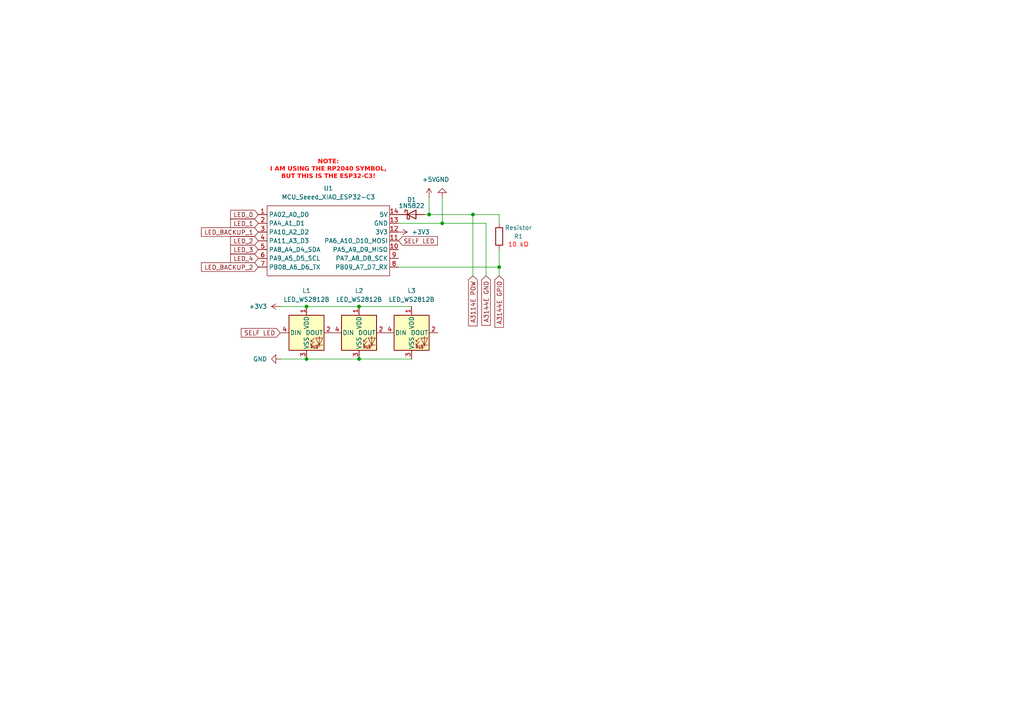
<source format=kicad_sch>
(kicad_sch (version 20231120) (generator "eeschema") (generator_version "8.0")
  (paper "A4")
  (lib_symbols
    (symbol "Diode:1N5822" (pin_numbers hide) (pin_names (offset 1.016) hide)
      (property "Reference" "D" (at 0 2.54 0))
      (property "Value" "1N5822" (at 0 -2.54 0))
      (symbol "1N5822_0_1"
        (polyline (pts (xy 1.27 0) (xy -1.27 0)))
        (polyline (pts (xy 1.27 1.27) (xy 1.27 -1.27) (xy -1.27 0) (xy 1.27 1.27)) (stroke (width 0.254)))
        (polyline (pts (xy -1.905 0.635) (xy -1.905 1.27) (xy -1.27 1.27) (xy -1.27 -1.27) (xy -0.635 -1.27) (xy -0.635 -0.635)) (stroke (width 0.254)))
      )
      (symbol "1N5822_1_1"
        (pin passive line (at -3.81 0 0) (length 2.54) (name "K") (number "1"))
        (pin passive line (at 3.81 0 180) (length 2.54) (name "A") (number "2"))
      )
    )
    (symbol "ScottoKeebs:LED_WS2812B" (pin_names (offset 0.254))
      (property "Reference" "D" (at 5.08 5.715 0))
      (property "Value" "LED_WS2812B" (at 1.27 -5.715 0))
      (symbol "LED_WS2812B_0_0"
        (text "RGB" (at 2.286 -4.191 0) (effects (font (size 0.762 0.762))))
      )
      (symbol "LED_WS2812B_0_1"
        (polyline (pts (xy 1.27 -3.556) (xy 1.778 -3.556)))
        (polyline (pts (xy 1.27 -2.54) (xy 1.778 -2.54)))
        (polyline (pts (xy 4.699 -3.556) (xy 2.667 -3.556)))
        (polyline (pts (xy 2.286 -2.54) (xy 1.27 -3.556) (xy 1.27 -3.048)))
        (polyline (pts (xy 2.286 -1.524) (xy 1.27 -2.54) (xy 1.27 -2.032)))
        (polyline (pts (xy 3.683 -1.016) (xy 3.683 -3.556) (xy 3.683 -4.064)))
        (polyline (pts (xy 4.699 -1.524) (xy 2.667 -1.524) (xy 3.683 -3.556) (xy 4.699 -1.524)))
        (rectangle (start 5.08 5.08) (end -5.08 -5.08) (stroke (width 0.254)) (fill (type background)))
      )
      (symbol "LED_WS2812B_1_1"
        (pin power_in line (at 0 7.62 270) (length 2.54) (name "VDD") (number "1"))
        (pin output line (at 7.62 0 180) (length 2.54) (name "DOUT") (number "2"))
        (pin power_in line (at 0 -7.62 90) (length 2.54) (name "VSS") (number "3"))
        (pin input line (at -7.62 0 0) (length 2.54) (name "DIN") (number "4"))
      )
    )
    (symbol "ScottoKeebs:MCU_Seeed_XIAO_RP2040"
      (property "Reference" "U" (at -16.51 11.43 0))
      (property "Value" "MCU_Seeed_XIAO_RP2040" (at -3.81 -11.43 0))
      (symbol "MCU_Seeed_XIAO_RP2040_0_1"
        (rectangle (start -16.51 10.16) (end 19.05 -10.16))
      )
      (symbol "MCU_Seeed_XIAO_RP2040_1_1"
        (pin passive line (at -19.05 7.62 0) (length 2.54) (name "PA02_A0_D0") (number "1"))
        (pin passive line (at 21.59 -2.54 180) (length 2.54) (name "PA5_A9_D9_MISO") (number "10"))
        (pin passive line (at 21.59 0 180) (length 2.54) (name "PA6_A10_D10_MOSI") (number "11"))
        (pin passive line (at 21.59 2.54 180) (length 2.54) (name "3V3") (number "12"))
        (pin passive line (at 21.59 5.08 180) (length 2.54) (name "GND") (number "13"))
        (pin passive line (at 21.59 7.62 180) (length 2.54) (name "5V") (number "14"))
        (pin passive line (at -19.05 5.08 0) (length 2.54) (name "PA4_A1_D1") (number "2"))
        (pin passive line (at -19.05 2.54 0) (length 2.54) (name "PA10_A2_D2") (number "3"))
        (pin passive line (at -19.05 0 0) (length 2.54) (name "PA11_A3_D3") (number "4"))
        (pin passive line (at -19.05 -2.54 0) (length 2.54) (name "PA8_A4_D4_SDA") (number "5"))
        (pin passive line (at -19.05 -5.08 0) (length 2.54) (name "PA9_A5_D5_SCL") (number "6"))
        (pin passive line (at -19.05 -7.62 0) (length 2.54) (name "PB08_A6_D6_TX") (number "7"))
        (pin passive line (at 21.59 -7.62 180) (length 2.54) (name "PB09_A7_D7_RX") (number "8"))
        (pin passive line (at 21.59 -5.08 180) (length 2.54) (name "PA7_A8_D8_SCK") (number "9"))
      )
    )
    (symbol "ScottoKeebs:Placeholder_Resistor" (pin_numbers hide) (pin_names (offset 0))
      (property "Reference" "R" (at 0 2.032 0))
      (property "Value" "Resistor" (at 0 -2.54 0))
      (symbol "Placeholder_Resistor_0_1"
        (rectangle (start 2.54 -1.016) (end -2.54 1.016) (stroke (width 0.254)))
      )
      (symbol "Placeholder_Resistor_1_1"
        (pin passive line (at -3.81 0 0) (length 1.27) (name "~") (number "1"))
        (pin passive line (at 3.81 0 180) (length 1.27) (name "~") (number "2"))
      )
    )
    (symbol "power:+3V3" (power) (pin_numbers hide) (pin_names (offset 0) hide)
      (property "Value" "+3V3" (at 0 3.556 0))
      (symbol "+3V3_0_1"
        (polyline (pts (xy -0.762 1.27) (xy 0 2.54)))
        (polyline (pts (xy 0 0) (xy 0 2.54)))
        (polyline (pts (xy 0 2.54) (xy 0.762 1.27)))
      )
      (symbol "+3V3_1_1"
        (pin power_in line (at 0 0 90) (length 0) (name "~") (number "1"))
      )
    )
    (symbol "power:+5V" (power) (pin_numbers hide) (pin_names (offset 0) hide)
      (property "Value" "+5V" (at 0 3.556 0))
      (symbol "+5V_0_1"
        (polyline (pts (xy -0.762 1.27) (xy 0 2.54)))
        (polyline (pts (xy 0 0) (xy 0 2.54)))
        (polyline (pts (xy 0 2.54) (xy 0.762 1.27)))
      )
      (symbol "+5V_1_1"
        (pin power_in line (at 0 0 90) (length 0) (name "~") (number "1"))
      )
    )
    (symbol "power:GND" (power) (pin_numbers hide) (pin_names (offset 0) hide)
      (property "Value" "GND" (at 0 -3.81 0))
      (symbol "GND_0_1"
        (polyline (pts (xy 0 0) (xy 0 -1.27) (xy 1.27 -1.27) (xy 0 -2.54) (xy -1.27 -1.27) (xy 0 -1.27)))
      )
      (symbol "GND_1_1"
        (pin power_in line (at 0 0 270) (length 0) (name "~") (number "1"))
      )
    )
  )
  (junction (at 88.9 104.14))
  (junction (at 144.78 77.47))
  (junction (at 104.14 88.9))
  (junction (at 88.9 88.9))
  (junction (at 128.27 64.77))
  (junction (at 137.16 62.23))
  (junction (at 104.14 104.14))
  (junction (at 124.46 62.23))
  (wire (pts (xy 144.78 62.23) (xy 144.78 64.77)))
  (wire (pts (xy 123.19 62.23) (xy 124.46 62.23)))
  (wire (pts (xy 115.57 77.47) (xy 144.78 77.47)))
  (wire (pts (xy 137.16 62.23) (xy 137.16 80.01)))
  (wire (pts (xy 144.78 72.39) (xy 144.78 77.47)))
  (wire (pts (xy 115.57 64.77) (xy 128.27 64.77)))
  (wire (pts (xy 104.14 104.14) (xy 119.38 104.14)))
  (wire (pts (xy 81.28 88.9) (xy 88.9 88.9)))
  (wire (pts (xy 128.27 64.77) (xy 128.27 57.15)))
  (wire (pts (xy 81.28 104.14) (xy 88.9 104.14)))
  (wire (pts (xy 144.78 77.47) (xy 144.78 80.01)))
  (wire (pts (xy 137.16 62.23) (xy 144.78 62.23)))
  (wire (pts (xy 124.46 62.23) (xy 137.16 62.23)))
  (wire (pts (xy 128.27 64.77) (xy 140.97 64.77)))
  (wire (pts (xy 88.9 88.9) (xy 104.14 88.9)))
  (wire (pts (xy 104.14 88.9) (xy 119.38 88.9)))
  (wire (pts (xy 140.97 64.77) (xy 140.97 80.01)))
  (wire (pts (xy 88.9 104.14) (xy 104.14 104.14)))
  (wire (pts (xy 124.46 62.23) (xy 124.46 57.15)))
  (text "10 kΩ" (at 150.368 71.12 0) (effects (font (size 1.27 1.27) (thickness 0.1588))))
  (text "NOTE:\nI AM USING THE RP2040 SYMBOL,\nBUT THIS IS THE ESP32-C3!" (at 95.25 49.53 0) (effects (font (size 1.27 1.27) (bold yes))))
  (global_label "A3144E GND" (shape input) (at 140.97 80.01 270) (property "Intersheetrefs" "${INTERSHEET_REFS}" (effects (hide yes))))
  (global_label "SELF LED" (shape input) (at 81.28 96.52 180) (property "Intersheetrefs" "${INTERSHEET_REFS}" (effects (hide yes))))
  (global_label "SELF LED" (shape input) (at 115.57 69.85 0) (property "Intersheetrefs" "${INTERSHEET_REFS}" (effects (hide yes))))
  (global_label "LED_4" (shape input) (at 74.93 74.93 180) (property "Intersheetrefs" "${INTERSHEET_REFS}" (effects (hide yes))))
  (global_label "LED_BACKUP_2" (shape input) (at 74.93 77.47 180) (property "Intersheetrefs" "${INTERSHEET_REFS}" (effects (hide yes))))
  (global_label "A3144E GPIO" (shape input) (at 144.78 80.01 270) (property "Intersheetrefs" "${INTERSHEET_REFS}" (effects (hide yes))))
  (global_label "LED_BACKUP_1" (shape input) (at 74.93 67.31 180) (property "Intersheetrefs" "${INTERSHEET_REFS}" (effects (hide yes))))
  (global_label "A3114E POW" (shape input) (at 137.16 80.01 270) (property "Intersheetrefs" "${INTERSHEET_REFS}" (effects (hide yes))))
  (global_label "LED_1" (shape input) (at 74.93 64.77 180) (property "Intersheetrefs" "${INTERSHEET_REFS}" (effects (hide yes))))
  (global_label "LED_2" (shape input) (at 74.93 69.85 180) (property "Intersheetrefs" "${INTERSHEET_REFS}" (effects (hide yes))))
  (global_label "LED_3" (shape input) (at 74.93 72.39 180) (property "Intersheetrefs" "${INTERSHEET_REFS}" (effects (hide yes))))
  (global_label "LED_0" (shape input) (at 74.93 62.23 180) (property "Intersheetrefs" "${INTERSHEET_REFS}" (effects (hide yes))))
  (symbol (lib_id "ScottoKeebs:LED_WS2812B") (at 119.38 96.52 0) (unit 1)
    (property "Reference" "L3" (at 119.38 84.328 0))
    (property "Value" "LED_WS2812B" (at 119.38 86.868 0))
    (property "Footprint" "ScottoKeebs_Components:LED_WS2812B" (effects (hide yes)))
    (property "Datasheet" "https://cdn-shop.adafruit.com/datasheets/WS2812B.pdf" (effects (hide yes)))
    (property "Description" "RGB LED with integrated controller" (effects (hide yes)))
  )
  (symbol (lib_id "ScottoKeebs:MCU_Seeed_XIAO_RP2040") (at 93.98 69.85 0) (unit 1)
    (property "Reference" "U1" (at 95.25 54.61 0))
    (property "Value" "MCU_Seeed_XIAO_ESP32-C3" (at 95.25 57.15 0))
    (property "Footprint" "ScottoKeebs_MCU:Seeed_XIAO_RP2040" (effects (hide yes)))
  )
  (symbol (lib_id "ScottoKeebs:LED_WS2812B") (at 104.14 96.52 0) (unit 1)
    (property "Reference" "L2" (at 104.14 84.328 0))
    (property "Value" "LED_WS2812B" (at 104.14 86.868 0))
    (property "Footprint" "ScottoKeebs_Components:LED_WS2812B" (effects (hide yes)))
    (property "Datasheet" "https://cdn-shop.adafruit.com/datasheets/WS2812B.pdf" (effects (hide yes)))
    (property "Description" "RGB LED with integrated controller" (effects (hide yes)))
  )
  (symbol (lib_id "ScottoKeebs:Placeholder_Resistor") (at 144.78 68.58 270) (unit 1)
    (property "Reference" "R1" (at 150.368 68.58 90))
    (property "Value" "Resistor" (at 150.368 66.04 90))
    (property "Footprint" "Resistor_THT:R_Axial_DIN0411_L9.9mm_D3.6mm_P15.24mm_Horizontal" (effects (hide yes)))
    (property "Description" "Resistor" (effects (hide yes)))
  )
  (symbol (lib_id "ScottoKeebs:LED_WS2812B") (at 88.9 96.52 0) (unit 1)
    (property "Reference" "L1" (at 88.9 84.328 0))
    (property "Value" "LED_WS2812B" (at 88.9 86.868 0))
    (property "Footprint" "ScottoKeebs_Components:LED_WS2812B" (effects (hide yes)))
    (property "Datasheet" "https://cdn-shop.adafruit.com/datasheets/WS2812B.pdf" (effects (hide yes)))
    (property "Description" "RGB LED with integrated controller" (effects (hide yes)))
  )
  (symbol (lib_id "Diode:1N5822") (at 119.38 62.23 0) (unit 1)
    (property "Reference" "D1" (at 119.38 57.912 0))
    (property "Value" "1N5822" (at 119.38 59.69 0))
    (property "Footprint" "Diode_THT:D_DO-201AD_P15.24mm_Horizontal" (effects (hide yes)))
    (property "Datasheet" "http://www.vishay.com/docs/88526/1n5820.pdf" (effects (hide yes)))
    (property "Description" "40V 3A Schottky Barrier Rectifier Diode, DO-201AD" (effects (hide yes)))
  )
  (symbol (lib_id "power:GND") (at 128.27 57.15 180) (unit 1)
    (property "Reference" "#PWR02" (effects (hide yes)))
    (property "Value" "GND" (at 128.27 52.07 0))
    (property "Description" "Power symbol creates a global label with name \"GND\" , ground" (effects (hide yes)))
  )
  (symbol (lib_id "power:+3V3") (at 81.28 88.9 90) (unit 1)
    (property "Reference" "#PWR07" (effects (hide yes)))
    (property "Value" "+3V3" (at 77.47 88.8999 90) (effects (justify left)))
    (property "Description" "Power symbol creates a global label with name \"+3V3\"" (effects (hide yes)))
  )
  (symbol (lib_id "power:+3V3") (at 115.57 67.31 270) (unit 1)
    (property "Reference" "#PWR06" (effects (hide yes)))
    (property "Value" "+3V3" (at 119.38 67.3099 90) (effects (justify left)))
    (property "Description" "Power symbol creates a global label with name \"+3V3\"" (effects (hide yes)))
  )
  (symbol (lib_id "power:+5V") (at 124.46 57.15 0) (unit 1)
    (property "Reference" "#PWR01" (effects (hide yes)))
    (property "Value" "+5V" (at 124.46 52.07 0))
    (property "Description" "Power symbol creates a global label with name \"+5V\"" (effects (hide yes)))
  )
  (symbol (lib_id "power:GND") (at 81.28 104.14 270) (unit 1)
    (property "Reference" "#PWR08" (effects (hide yes)))
    (property "Value" "GND" (at 77.47 104.1399 90) (effects (justify right)))
    (property "Description" "Power symbol creates a global label with name \"GND\" , ground" (effects (hide yes)))
  )
)
</source>
